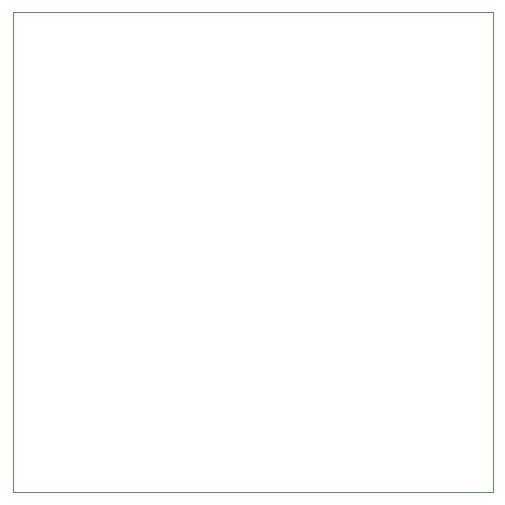
<source format=gm1>
G04 #@! TF.FileFunction,Profile,NP*
%FSLAX46Y46*%
G04 Gerber Fmt 4.6, Leading zero omitted, Abs format (unit mm)*
G04 Created by KiCad (PCBNEW 4.0.1-stable) date Friday, 17 June 2016 'pmt' 14:58:46*
%MOMM*%
G01*
G04 APERTURE LIST*
%ADD10C,0.100000*%
G04 APERTURE END LIST*
D10*
X139700000Y-83185000D02*
X139700000Y-83820000D01*
X99060000Y-83185000D02*
X139700000Y-83185000D01*
X99060000Y-123825000D02*
X99060000Y-83185000D01*
X139700000Y-123825000D02*
X99060000Y-123825000D01*
X139700000Y-83820000D02*
X139700000Y-123825000D01*
M02*

</source>
